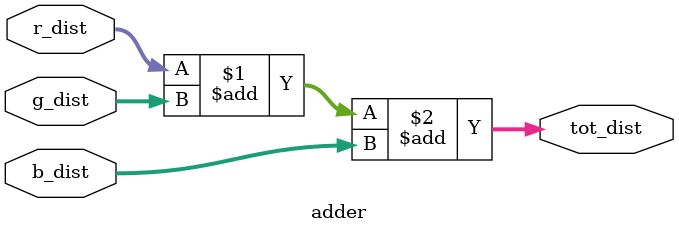
<source format=v>
module adder(r_dist,
			 g_dist,
			 b_dist,
			 tot_dist);

//--------------------input------------------//
input [15:0]r_dist,g_dist,b_dist;
//--------------------output-----------------//
output [17:0]tot_dist;
//-----------------reg and wire--------------//

assign tot_dist=r_dist+g_dist+b_dist;

endmodule
</source>
